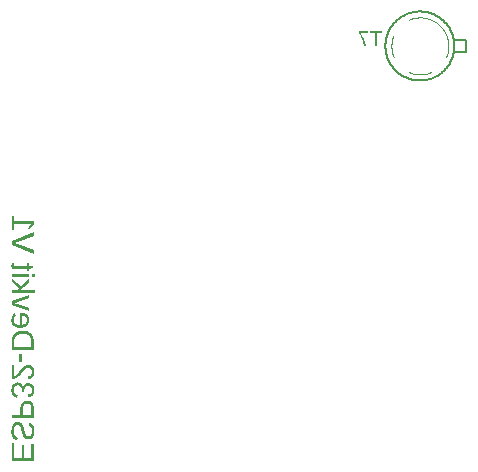
<source format=gbr>
G04 EAGLE Gerber RS-274X export*
G75*
%MOMM*%
%FSLAX34Y34*%
%LPD*%
%INSilkscreen Bottom*%
%IPPOS*%
%AMOC8*
5,1,8,0,0,1.08239X$1,22.5*%
G01*
G04 Define Apertures*
%ADD10C,0.127000*%
%ADD11C,0.050800*%
G36*
X244665Y288925D02*
X225896Y288925D01*
X225896Y295946D01*
X225914Y296615D01*
X225968Y297264D01*
X226059Y297894D01*
X226186Y298503D01*
X226349Y299093D01*
X226548Y299662D01*
X226783Y300212D01*
X227055Y300741D01*
X227361Y301246D01*
X227698Y301721D01*
X228067Y302167D01*
X228469Y302583D01*
X228902Y302969D01*
X229367Y303326D01*
X229863Y303654D01*
X230392Y303951D01*
X230948Y304217D01*
X231526Y304447D01*
X232127Y304641D01*
X232751Y304801D01*
X233398Y304924D01*
X234067Y305013D01*
X234759Y305066D01*
X235474Y305084D01*
X236017Y305074D01*
X236545Y305043D01*
X237056Y304993D01*
X237552Y304922D01*
X238032Y304831D01*
X238497Y304719D01*
X238946Y304588D01*
X239378Y304436D01*
X239796Y304264D01*
X240197Y304072D01*
X240583Y303859D01*
X240952Y303626D01*
X241306Y303373D01*
X241645Y303100D01*
X241967Y302807D01*
X242274Y302493D01*
X242564Y302160D01*
X242834Y301811D01*
X243087Y301445D01*
X243320Y301061D01*
X243535Y300661D01*
X243731Y300243D01*
X243909Y299809D01*
X244067Y299357D01*
X244208Y298889D01*
X244329Y298403D01*
X244432Y297901D01*
X244516Y297381D01*
X244581Y296845D01*
X244628Y296291D01*
X244656Y295721D01*
X244665Y295133D01*
X244665Y288925D01*
G37*
%LPC*%
G36*
X242627Y291470D02*
X242627Y295080D01*
X242620Y295526D01*
X242598Y295959D01*
X242563Y296378D01*
X242513Y296784D01*
X242448Y297177D01*
X242370Y297556D01*
X242276Y297922D01*
X242169Y298275D01*
X242048Y298614D01*
X241912Y298940D01*
X241761Y299253D01*
X241597Y299552D01*
X241418Y299838D01*
X241225Y300110D01*
X241017Y300369D01*
X240795Y300615D01*
X240560Y300846D01*
X240312Y301063D01*
X240050Y301264D01*
X239776Y301451D01*
X239489Y301623D01*
X239189Y301779D01*
X238875Y301921D01*
X238549Y302048D01*
X238210Y302160D01*
X237858Y302257D01*
X237493Y302339D01*
X237115Y302407D01*
X236724Y302459D01*
X236320Y302496D01*
X235904Y302519D01*
X235474Y302526D01*
X234904Y302513D01*
X234353Y302474D01*
X233822Y302408D01*
X233309Y302316D01*
X232816Y302198D01*
X232342Y302054D01*
X231887Y301884D01*
X231451Y301687D01*
X231037Y301466D01*
X230648Y301222D01*
X230284Y300955D01*
X229946Y300666D01*
X229632Y300354D01*
X229343Y300020D01*
X229079Y299662D01*
X228840Y299282D01*
X228628Y298883D01*
X228444Y298469D01*
X228288Y298038D01*
X228161Y297592D01*
X228061Y297131D01*
X227991Y296654D01*
X227948Y296161D01*
X227934Y295652D01*
X227934Y291470D01*
X242627Y291470D01*
G37*
%LPD*%
G36*
X244665Y231269D02*
X225896Y231269D01*
X225896Y233813D01*
X233209Y233813D01*
X233209Y239328D01*
X233215Y239696D01*
X233234Y240055D01*
X233264Y240403D01*
X233307Y240742D01*
X233363Y241072D01*
X233430Y241391D01*
X233510Y241701D01*
X233602Y242001D01*
X233823Y242572D01*
X234093Y243104D01*
X234413Y243597D01*
X234781Y244051D01*
X235191Y244458D01*
X235635Y244811D01*
X236114Y245110D01*
X236366Y245239D01*
X236626Y245354D01*
X236895Y245456D01*
X237173Y245545D01*
X237459Y245619D01*
X237753Y245680D01*
X238056Y245728D01*
X238368Y245762D01*
X238688Y245782D01*
X239017Y245789D01*
X239349Y245782D01*
X239671Y245762D01*
X239984Y245728D01*
X240287Y245681D01*
X240580Y245620D01*
X240865Y245545D01*
X241140Y245458D01*
X241405Y245356D01*
X241661Y245241D01*
X241907Y245113D01*
X242144Y244970D01*
X242371Y244815D01*
X242798Y244463D01*
X243187Y244057D01*
X243533Y243602D01*
X243833Y243102D01*
X244088Y242558D01*
X244296Y241969D01*
X244457Y241336D01*
X244573Y240658D01*
X244642Y239935D01*
X244665Y239168D01*
X244665Y231269D01*
G37*
%LPC*%
G36*
X242627Y233813D02*
X242627Y238862D01*
X242613Y239391D01*
X242570Y239886D01*
X242499Y240347D01*
X242400Y240774D01*
X242272Y241166D01*
X242116Y241525D01*
X241931Y241849D01*
X241718Y242139D01*
X241476Y242395D01*
X241207Y242617D01*
X240908Y242805D01*
X240581Y242958D01*
X240226Y243078D01*
X239843Y243163D01*
X239431Y243214D01*
X238990Y243231D01*
X238534Y243215D01*
X238107Y243165D01*
X237709Y243081D01*
X237341Y242965D01*
X237002Y242815D01*
X236693Y242632D01*
X236413Y242415D01*
X236163Y242166D01*
X235942Y241883D01*
X235751Y241566D01*
X235589Y241217D01*
X235456Y240834D01*
X235353Y240417D01*
X235280Y239968D01*
X235235Y239485D01*
X235221Y238969D01*
X235221Y233813D01*
X242627Y233813D01*
G37*
%LPD*%
G36*
X244665Y194894D02*
X225896Y194894D01*
X225896Y209680D01*
X227974Y209680D01*
X227974Y197438D01*
X234515Y197438D01*
X234515Y208335D01*
X236566Y208335D01*
X236566Y197438D01*
X242587Y197438D01*
X242587Y209134D01*
X244665Y209134D01*
X244665Y194894D01*
G37*
G36*
X233196Y307534D02*
X232734Y307540D01*
X232286Y307560D01*
X231852Y307593D01*
X231433Y307638D01*
X231029Y307697D01*
X230639Y307769D01*
X230263Y307854D01*
X229902Y307952D01*
X229556Y308063D01*
X229224Y308187D01*
X228906Y308324D01*
X228603Y308474D01*
X228314Y308638D01*
X228040Y308814D01*
X227780Y309003D01*
X227534Y309206D01*
X227304Y309421D01*
X227088Y309647D01*
X226887Y309886D01*
X226701Y310137D01*
X226530Y310400D01*
X226374Y310674D01*
X226232Y310960D01*
X226106Y311259D01*
X225994Y311569D01*
X225897Y311891D01*
X225816Y312225D01*
X225749Y312571D01*
X225697Y312929D01*
X225659Y313299D01*
X225637Y313681D01*
X225630Y314074D01*
X225643Y314634D01*
X225683Y315169D01*
X225750Y315677D01*
X225843Y316160D01*
X225963Y316617D01*
X226109Y317049D01*
X226282Y317454D01*
X226482Y317834D01*
X226709Y318189D01*
X226962Y318517D01*
X227241Y318820D01*
X227548Y319097D01*
X227881Y319349D01*
X228240Y319575D01*
X228627Y319775D01*
X229040Y319949D01*
X229639Y317844D01*
X229405Y317752D01*
X229180Y317640D01*
X228967Y317509D01*
X228763Y317360D01*
X228570Y317191D01*
X228388Y317004D01*
X228216Y316797D01*
X228054Y316572D01*
X227907Y316328D01*
X227780Y316064D01*
X227672Y315781D01*
X227584Y315478D01*
X227516Y315156D01*
X227467Y314815D01*
X227438Y314454D01*
X227428Y314074D01*
X227449Y313596D01*
X227512Y313148D01*
X227617Y312729D01*
X227764Y312339D01*
X227953Y311980D01*
X228185Y311649D01*
X228458Y311348D01*
X228773Y311077D01*
X229127Y310837D01*
X229517Y310629D01*
X229942Y310452D01*
X230402Y310308D01*
X230897Y310196D01*
X231428Y310116D01*
X231995Y310068D01*
X232596Y310052D01*
X232596Y320335D01*
X232916Y320335D01*
X233387Y320329D01*
X233844Y320311D01*
X234285Y320279D01*
X234711Y320236D01*
X235123Y320180D01*
X235519Y320112D01*
X235901Y320031D01*
X236267Y319938D01*
X236619Y319833D01*
X236955Y319715D01*
X237277Y319585D01*
X237584Y319442D01*
X237875Y319287D01*
X238152Y319119D01*
X238414Y318939D01*
X238661Y318747D01*
X238893Y318542D01*
X239110Y318325D01*
X239312Y318095D01*
X239499Y317853D01*
X239671Y317599D01*
X239828Y317332D01*
X239970Y317053D01*
X240097Y316761D01*
X240209Y316457D01*
X240306Y316141D01*
X240389Y315812D01*
X240456Y315470D01*
X240508Y315117D01*
X240546Y314751D01*
X240568Y314372D01*
X240576Y313981D01*
X240568Y313599D01*
X240546Y313228D01*
X240509Y312868D01*
X240457Y312519D01*
X240390Y312181D01*
X240308Y311855D01*
X240211Y311540D01*
X240099Y311235D01*
X239973Y310943D01*
X239832Y310661D01*
X239675Y310390D01*
X239504Y310131D01*
X239318Y309883D01*
X239117Y309646D01*
X238901Y309420D01*
X238671Y309206D01*
X238426Y309003D01*
X238169Y308814D01*
X237898Y308638D01*
X237614Y308474D01*
X237318Y308324D01*
X237008Y308187D01*
X236685Y308063D01*
X236350Y307952D01*
X236001Y307854D01*
X235639Y307769D01*
X235265Y307697D01*
X234877Y307638D01*
X234476Y307593D01*
X234062Y307560D01*
X233636Y307540D01*
X233196Y307534D01*
G37*
%LPC*%
G36*
X234435Y310078D02*
X234931Y310113D01*
X235399Y310177D01*
X235841Y310270D01*
X236255Y310393D01*
X236642Y310545D01*
X237001Y310726D01*
X237333Y310937D01*
X237638Y311177D01*
X237912Y311443D01*
X238148Y311732D01*
X238349Y312044D01*
X238513Y312378D01*
X238640Y312735D01*
X238731Y313114D01*
X238786Y313516D01*
X238804Y313941D01*
X238788Y314378D01*
X238739Y314788D01*
X238657Y315172D01*
X238543Y315530D01*
X238396Y315861D01*
X238216Y316167D01*
X238003Y316446D01*
X237758Y316699D01*
X237478Y316927D01*
X237158Y317131D01*
X236801Y317311D01*
X236405Y317468D01*
X235970Y317601D01*
X235497Y317710D01*
X234985Y317796D01*
X234435Y317858D01*
X234435Y310078D01*
G37*
%LPD*%
G36*
X230398Y212083D02*
X229821Y212242D01*
X229281Y212446D01*
X228778Y212695D01*
X228312Y212989D01*
X227884Y213329D01*
X227492Y213713D01*
X227138Y214142D01*
X226822Y214617D01*
X226542Y215136D01*
X226300Y215701D01*
X226095Y216311D01*
X225928Y216966D01*
X225797Y217665D01*
X225704Y218410D01*
X225648Y219200D01*
X225630Y220035D01*
X225652Y220932D01*
X225719Y221776D01*
X225830Y222569D01*
X225986Y223310D01*
X226186Y224000D01*
X226431Y224637D01*
X226571Y224936D01*
X226721Y225223D01*
X226882Y225496D01*
X227055Y225757D01*
X227238Y226003D01*
X227430Y226233D01*
X227631Y226447D01*
X227841Y226645D01*
X228060Y226828D01*
X228289Y226994D01*
X228526Y227145D01*
X228773Y227280D01*
X229029Y227399D01*
X229295Y227502D01*
X229569Y227590D01*
X229852Y227661D01*
X230145Y227717D01*
X230447Y227756D01*
X230758Y227780D01*
X231078Y227788D01*
X231574Y227770D01*
X232037Y227716D01*
X232467Y227627D01*
X232863Y227502D01*
X233230Y227345D01*
X233572Y227160D01*
X233889Y226948D01*
X234182Y226709D01*
X234451Y226445D01*
X234698Y226158D01*
X234923Y225849D01*
X235127Y225517D01*
X235314Y225167D01*
X235489Y224806D01*
X235651Y224432D01*
X235800Y224045D01*
X236067Y223241D01*
X236293Y222400D01*
X236699Y220675D01*
X236974Y219490D01*
X237227Y218520D01*
X237457Y217765D01*
X237665Y217224D01*
X237872Y216817D01*
X238101Y216460D01*
X238352Y216154D01*
X238624Y215899D01*
X238770Y215791D01*
X238926Y215698D01*
X239091Y215619D01*
X239265Y215554D01*
X239449Y215504D01*
X239642Y215468D01*
X239844Y215447D01*
X240056Y215439D01*
X240414Y215458D01*
X240750Y215514D01*
X241062Y215606D01*
X241352Y215736D01*
X241618Y215903D01*
X241862Y216106D01*
X242083Y216347D01*
X242281Y216625D01*
X242456Y216938D01*
X242607Y217284D01*
X242735Y217664D01*
X242840Y218077D01*
X242922Y218523D01*
X242980Y219003D01*
X243015Y219516D01*
X243027Y220062D01*
X243016Y220561D01*
X242985Y221032D01*
X242932Y221475D01*
X242859Y221890D01*
X242764Y222277D01*
X242648Y222637D01*
X242512Y222968D01*
X242354Y223272D01*
X242173Y223550D01*
X241966Y223805D01*
X241734Y224036D01*
X241476Y224245D01*
X241193Y224429D01*
X240884Y224591D01*
X240550Y224729D01*
X240189Y224844D01*
X240629Y227348D01*
X241197Y227163D01*
X241722Y226945D01*
X242203Y226696D01*
X242642Y226416D01*
X243038Y226104D01*
X243390Y225760D01*
X243700Y225384D01*
X243966Y224977D01*
X244195Y224531D01*
X244394Y224037D01*
X244562Y223497D01*
X244700Y222909D01*
X244807Y222275D01*
X244884Y221593D01*
X244930Y220864D01*
X244945Y220088D01*
X244925Y219254D01*
X244863Y218470D01*
X244761Y217735D01*
X244619Y217050D01*
X244435Y216414D01*
X244211Y215829D01*
X243945Y215293D01*
X243639Y214807D01*
X243296Y214374D01*
X242918Y214000D01*
X242716Y213834D01*
X242505Y213682D01*
X242286Y213546D01*
X242058Y213423D01*
X241821Y213315D01*
X241576Y213221D01*
X241322Y213142D01*
X241059Y213077D01*
X240788Y213027D01*
X240508Y212991D01*
X240220Y212969D01*
X239923Y212962D01*
X239412Y212984D01*
X238931Y213050D01*
X238479Y213160D01*
X238058Y213315D01*
X237665Y213511D01*
X237297Y213746D01*
X236955Y214020D01*
X236639Y214334D01*
X236343Y214697D01*
X236062Y215121D01*
X235794Y215606D01*
X235540Y216152D01*
X235294Y216795D01*
X235047Y217572D01*
X234801Y218484D01*
X234555Y219529D01*
X234008Y221860D01*
X233874Y222368D01*
X233725Y222839D01*
X233561Y223274D01*
X233382Y223672D01*
X233183Y224030D01*
X232959Y224346D01*
X232710Y224620D01*
X232437Y224851D01*
X232288Y224949D01*
X232129Y225034D01*
X231958Y225106D01*
X231777Y225165D01*
X231585Y225211D01*
X231383Y225244D01*
X231169Y225264D01*
X230945Y225270D01*
X230547Y225249D01*
X230175Y225187D01*
X229827Y225082D01*
X229504Y224936D01*
X229206Y224747D01*
X228933Y224517D01*
X228684Y224245D01*
X228460Y223932D01*
X228262Y223579D01*
X228090Y223192D01*
X227945Y222769D01*
X227826Y222311D01*
X227733Y221818D01*
X227667Y221290D01*
X227628Y220727D01*
X227614Y220128D01*
X227627Y219548D01*
X227664Y218999D01*
X227726Y218481D01*
X227813Y217994D01*
X227924Y217538D01*
X228060Y217114D01*
X228221Y216721D01*
X228407Y216359D01*
X228619Y216027D01*
X228859Y215726D01*
X229128Y215454D01*
X229424Y215213D01*
X229749Y215002D01*
X230102Y214820D01*
X230482Y214669D01*
X230891Y214547D01*
X230398Y212083D01*
G37*
G36*
X230718Y248258D02*
X230108Y248359D01*
X229536Y248504D01*
X229003Y248691D01*
X228509Y248922D01*
X228052Y249196D01*
X227635Y249513D01*
X227256Y249873D01*
X226915Y250276D01*
X226614Y250719D01*
X226353Y251197D01*
X226132Y251712D01*
X225951Y252262D01*
X225810Y252849D01*
X225710Y253472D01*
X225650Y254130D01*
X225630Y254825D01*
X225652Y255569D01*
X225719Y256269D01*
X225830Y256924D01*
X225986Y257536D01*
X226186Y258103D01*
X226431Y258626D01*
X226721Y259106D01*
X227055Y259541D01*
X227430Y259928D01*
X227841Y260263D01*
X228289Y260547D01*
X228773Y260779D01*
X229029Y260876D01*
X229295Y260960D01*
X229569Y261031D01*
X229852Y261089D01*
X230145Y261134D01*
X230447Y261167D01*
X230758Y261186D01*
X231078Y261192D01*
X231518Y261174D01*
X231939Y261119D01*
X232340Y261028D01*
X232723Y260899D01*
X233086Y260734D01*
X233431Y260533D01*
X233756Y260295D01*
X234062Y260020D01*
X234343Y259713D01*
X234595Y259376D01*
X234816Y259010D01*
X235008Y258615D01*
X235169Y258191D01*
X235301Y257737D01*
X235402Y257255D01*
X235474Y256743D01*
X235527Y256743D01*
X235638Y257209D01*
X235772Y257645D01*
X235929Y258054D01*
X236108Y258433D01*
X236310Y258785D01*
X236535Y259107D01*
X236782Y259401D01*
X237052Y259667D01*
X237344Y259903D01*
X237657Y260107D01*
X237991Y260280D01*
X238346Y260421D01*
X238722Y260531D01*
X239119Y260610D01*
X239537Y260657D01*
X239976Y260673D01*
X240265Y260667D01*
X240546Y260648D01*
X240819Y260618D01*
X241084Y260575D01*
X241589Y260453D01*
X242063Y260282D01*
X242504Y260061D01*
X242912Y259792D01*
X243289Y259475D01*
X243633Y259108D01*
X243940Y258697D01*
X244207Y258246D01*
X244432Y257757D01*
X244617Y257228D01*
X244760Y256659D01*
X244863Y256052D01*
X244924Y255405D01*
X244945Y254718D01*
X244925Y254087D01*
X244864Y253485D01*
X244763Y252912D01*
X244622Y252369D01*
X244440Y251855D01*
X244218Y251370D01*
X243956Y250915D01*
X243653Y250489D01*
X243314Y250099D01*
X242943Y249753D01*
X242541Y249449D01*
X242108Y249189D01*
X241642Y248971D01*
X241145Y248797D01*
X240616Y248666D01*
X240056Y248577D01*
X239870Y250989D01*
X240229Y251041D01*
X240567Y251120D01*
X240885Y251224D01*
X241182Y251353D01*
X241458Y251508D01*
X241713Y251689D01*
X241947Y251896D01*
X242161Y252128D01*
X242351Y252382D01*
X242516Y252655D01*
X242656Y252947D01*
X242770Y253258D01*
X242859Y253588D01*
X242923Y253937D01*
X242961Y254305D01*
X242973Y254692D01*
X242960Y255115D01*
X242919Y255511D01*
X242851Y255880D01*
X242755Y256222D01*
X242633Y256537D01*
X242483Y256826D01*
X242305Y257088D01*
X242101Y257323D01*
X241873Y257530D01*
X241625Y257710D01*
X241358Y257862D01*
X241070Y257987D01*
X240763Y258084D01*
X240436Y258153D01*
X240090Y258195D01*
X239723Y258209D01*
X239354Y258192D01*
X239005Y258141D01*
X238677Y258056D01*
X238369Y257937D01*
X238082Y257784D01*
X237816Y257598D01*
X237570Y257377D01*
X237345Y257123D01*
X237144Y256838D01*
X236969Y256525D01*
X236822Y256184D01*
X236701Y255816D01*
X236607Y255420D01*
X236540Y254996D01*
X236500Y254545D01*
X236486Y254066D01*
X236486Y252760D01*
X234408Y252760D01*
X234408Y254119D01*
X234395Y254659D01*
X234354Y255166D01*
X234287Y255640D01*
X234193Y256082D01*
X234072Y256491D01*
X233925Y256868D01*
X233750Y257211D01*
X233549Y257522D01*
X233324Y257799D01*
X233077Y258038D01*
X232810Y258241D01*
X232521Y258407D01*
X232212Y258536D01*
X231882Y258628D01*
X231530Y258683D01*
X231158Y258701D01*
X230732Y258685D01*
X230333Y258637D01*
X229961Y258556D01*
X229616Y258443D01*
X229298Y258298D01*
X229007Y258121D01*
X228744Y257911D01*
X228507Y257669D01*
X228298Y257399D01*
X228116Y257104D01*
X227963Y256785D01*
X227838Y256442D01*
X227740Y256074D01*
X227670Y255682D01*
X227628Y255266D01*
X227614Y254825D01*
X227627Y254386D01*
X227666Y253971D01*
X227731Y253581D01*
X227823Y253216D01*
X227940Y252874D01*
X228083Y252558D01*
X228252Y252265D01*
X228447Y251998D01*
X228668Y251754D01*
X228915Y251535D01*
X229188Y251341D01*
X229488Y251171D01*
X229813Y251025D01*
X230164Y250904D01*
X230541Y250808D01*
X230945Y250735D01*
X230718Y248258D01*
G37*
G36*
X244665Y370245D02*
X225896Y377904D01*
X225896Y380542D01*
X244665Y388201D01*
X244665Y385524D01*
X231451Y380355D01*
X228134Y379237D01*
X231451Y378118D01*
X244665Y372922D01*
X244665Y370245D01*
G37*
G36*
X245664Y337057D02*
X225896Y337057D01*
X225896Y339455D01*
X231025Y339455D01*
X232477Y341213D01*
X225896Y346089D01*
X225896Y348899D01*
X234115Y342745D01*
X240309Y348593D01*
X240309Y345782D01*
X233316Y339455D01*
X245664Y339455D01*
X245664Y337057D01*
G37*
G36*
X227588Y263778D02*
X225896Y263778D01*
X225896Y276207D01*
X227934Y276207D01*
X227934Y266416D01*
X228405Y266647D01*
X228885Y266942D01*
X229374Y267300D01*
X229872Y267721D01*
X230391Y268213D01*
X230940Y268784D01*
X231520Y269432D01*
X232130Y270159D01*
X233188Y271439D01*
X234098Y272494D01*
X234860Y273324D01*
X235474Y273929D01*
X236013Y274391D01*
X236553Y274793D01*
X237092Y275134D01*
X237632Y275414D01*
X238172Y275633D01*
X238443Y275719D01*
X238714Y275789D01*
X238986Y275843D01*
X239258Y275882D01*
X239530Y275906D01*
X239803Y275914D01*
X240107Y275908D01*
X240402Y275890D01*
X240965Y275818D01*
X241493Y275699D01*
X241986Y275532D01*
X242444Y275318D01*
X242866Y275056D01*
X243254Y274746D01*
X243606Y274388D01*
X243920Y273987D01*
X244192Y273544D01*
X244422Y273060D01*
X244610Y272535D01*
X244757Y271969D01*
X244861Y271362D01*
X244924Y270715D01*
X244945Y270026D01*
X244924Y269394D01*
X244862Y268792D01*
X244758Y268220D01*
X244612Y267676D01*
X244425Y267162D01*
X244196Y266678D01*
X243925Y266222D01*
X243613Y265796D01*
X243265Y265407D01*
X242889Y265060D01*
X242485Y264756D01*
X242051Y264496D01*
X241589Y264279D01*
X241098Y264104D01*
X240578Y263973D01*
X240029Y263885D01*
X239803Y266336D01*
X240169Y266392D01*
X240514Y266474D01*
X240837Y266581D01*
X241140Y266714D01*
X241422Y266872D01*
X241683Y267057D01*
X241922Y267266D01*
X242141Y267502D01*
X242336Y267758D01*
X242505Y268031D01*
X242648Y268322D01*
X242765Y268629D01*
X242856Y268953D01*
X242921Y269294D01*
X242960Y269651D01*
X242973Y270026D01*
X242960Y270418D01*
X242920Y270788D01*
X242854Y271135D01*
X242760Y271461D01*
X242640Y271765D01*
X242494Y272046D01*
X242321Y272306D01*
X242121Y272543D01*
X241897Y272756D01*
X241651Y272940D01*
X241384Y273095D01*
X241095Y273223D01*
X240785Y273322D01*
X240452Y273393D01*
X240099Y273435D01*
X239723Y273449D01*
X239440Y273441D01*
X239165Y273416D01*
X238898Y273375D01*
X238637Y273318D01*
X238385Y273244D01*
X238140Y273153D01*
X237902Y273046D01*
X237672Y272923D01*
X237224Y272640D01*
X236786Y272315D01*
X236358Y271950D01*
X235940Y271544D01*
X235527Y271105D01*
X235114Y270640D01*
X234288Y269633D01*
X233427Y268569D01*
X232497Y267495D01*
X231999Y266962D01*
X231474Y266441D01*
X230920Y265933D01*
X230339Y265437D01*
X229720Y264966D01*
X229055Y264533D01*
X228344Y264137D01*
X227588Y263778D01*
G37*
G36*
X227934Y390391D02*
X225896Y390391D01*
X225896Y402153D01*
X227934Y402153D01*
X227934Y397584D01*
X244665Y397584D01*
X244665Y395373D01*
X241615Y390937D01*
X239350Y390937D01*
X242374Y395173D01*
X227934Y395173D01*
X227934Y390391D01*
G37*
G36*
X240309Y321656D02*
X225896Y326891D01*
X225896Y329728D01*
X240309Y335110D01*
X240309Y332566D01*
X230905Y329289D01*
X229333Y328769D01*
X227774Y328303D01*
X229876Y327700D01*
X230931Y327384D01*
X240309Y324213D01*
X240309Y321656D01*
G37*
G36*
X240309Y355350D02*
X238564Y355350D01*
X238564Y357016D01*
X228946Y357016D01*
X228551Y357027D01*
X228182Y357061D01*
X227837Y357117D01*
X227519Y357195D01*
X227225Y357297D01*
X226958Y357420D01*
X226715Y357566D01*
X226499Y357735D01*
X226308Y357926D01*
X226142Y358140D01*
X226002Y358376D01*
X225887Y358634D01*
X225798Y358915D01*
X225734Y359219D01*
X225696Y359544D01*
X225683Y359893D01*
X225703Y360509D01*
X225763Y361118D01*
X225863Y361721D01*
X226003Y362317D01*
X227774Y362317D01*
X227693Y361891D01*
X227634Y361518D01*
X227599Y361198D01*
X227588Y360932D01*
X227594Y360730D01*
X227614Y360544D01*
X227647Y360373D01*
X227693Y360218D01*
X227752Y360078D01*
X227824Y359954D01*
X227909Y359846D01*
X228007Y359753D01*
X228122Y359673D01*
X228256Y359604D01*
X228409Y359546D01*
X228582Y359498D01*
X228774Y359461D01*
X228985Y359435D01*
X229466Y359413D01*
X238564Y359413D01*
X238564Y362078D01*
X240309Y362078D01*
X240309Y359413D01*
X243533Y359413D01*
X243533Y357815D01*
X240309Y357109D01*
X240309Y355350D01*
G37*
G36*
X240309Y350700D02*
X225896Y350700D01*
X225896Y353098D01*
X240309Y353098D01*
X240309Y350700D01*
G37*
G36*
X234208Y278806D02*
X232077Y278806D01*
X232077Y285466D01*
X234208Y285466D01*
X234208Y278806D01*
G37*
G36*
X245664Y350700D02*
X243373Y350700D01*
X243373Y353098D01*
X245664Y353098D01*
X245664Y350700D01*
G37*
G36*
X535108Y546100D02*
X533444Y546100D01*
X533444Y557074D01*
X529205Y557074D01*
X529205Y558441D01*
X539347Y558441D01*
X539347Y557074D01*
X535108Y557074D01*
X535108Y546100D01*
G37*
G36*
X525584Y546100D02*
X523938Y546100D01*
X523932Y546525D01*
X523913Y546947D01*
X523840Y547779D01*
X523719Y548598D01*
X523548Y549402D01*
X523329Y550202D01*
X523061Y551007D01*
X522744Y551818D01*
X522379Y552634D01*
X521920Y553531D01*
X521321Y554585D01*
X520584Y555795D01*
X519707Y557162D01*
X519707Y558441D01*
X527862Y558441D01*
X527862Y557101D01*
X521231Y557101D01*
X521797Y556261D01*
X522321Y555447D01*
X522803Y554657D01*
X523243Y553892D01*
X523640Y553152D01*
X523996Y552436D01*
X524310Y551745D01*
X524582Y551079D01*
X524817Y550430D01*
X525020Y549788D01*
X525193Y549154D01*
X525334Y548527D01*
X525443Y547909D01*
X525522Y547298D01*
X525569Y546695D01*
X525584Y546100D01*
G37*
D10*
X610870Y541020D02*
X610870Y551180D01*
D11*
X593770Y536811D02*
X593990Y537356D01*
X594196Y537906D01*
X594389Y538460D01*
X594568Y539020D01*
X594733Y539583D01*
X594885Y540151D01*
X595023Y540722D01*
X595147Y541296D01*
X595257Y541873D01*
X595353Y542452D01*
X595434Y543034D01*
X595502Y543618D01*
X595555Y544202D01*
X595594Y544789D01*
X595619Y545375D01*
X595630Y545963D01*
X595626Y546550D01*
X595608Y547137D01*
X595575Y547724D01*
X595529Y548309D01*
X595468Y548893D01*
X595393Y549476D01*
X595303Y550056D01*
X595200Y550635D01*
X595083Y551210D01*
X594951Y551783D01*
X594806Y552352D01*
X594647Y552917D01*
X594474Y553478D01*
X594288Y554035D01*
X594088Y554588D01*
X593875Y555135D01*
X593648Y555677D01*
X593409Y556213D01*
X593156Y556743D01*
X592890Y557267D01*
X592612Y557785D01*
X592322Y558295D01*
X592019Y558798D01*
X591704Y559294D01*
X591376Y559782D01*
X591038Y560262D01*
X590687Y560733D01*
X590325Y561196D01*
X589952Y561649D01*
X589568Y562094D01*
X589174Y562529D01*
X588769Y562954D01*
X588353Y563370D01*
X587928Y563775D01*
X587493Y564169D01*
X587048Y564553D01*
X586595Y564926D01*
X586132Y565288D01*
X585661Y565639D01*
X585181Y565977D01*
X584693Y566305D01*
X584197Y566620D01*
X583694Y566923D01*
X583184Y567213D01*
X582666Y567491D01*
X582142Y567757D01*
X581612Y568010D01*
X581076Y568249D01*
X580534Y568476D01*
X579987Y568689D01*
X579434Y568889D01*
X578877Y569075D01*
X578316Y569248D01*
X577751Y569407D01*
X577182Y569552D01*
X576609Y569684D01*
X576034Y569801D01*
X575455Y569904D01*
X574875Y569994D01*
X574292Y570069D01*
X573708Y570130D01*
X573123Y570176D01*
X572536Y570209D01*
X571949Y570227D01*
X571362Y570231D01*
X570774Y570220D01*
X570188Y570195D01*
X569601Y570156D01*
X569017Y570103D01*
X568433Y570035D01*
X567851Y569954D01*
X567272Y569858D01*
X566695Y569748D01*
X566121Y569624D01*
X565550Y569486D01*
X564982Y569334D01*
X564419Y569169D01*
X563859Y568990D01*
X563305Y568797D01*
X562755Y568591D01*
X562210Y568371D01*
D10*
X600265Y541020D02*
X610870Y541020D01*
D11*
X580789Y523830D02*
X580253Y523614D01*
X579712Y523410D01*
X579166Y523220D01*
X578616Y523043D01*
X578062Y522879D01*
X577504Y522729D01*
X576943Y522592D01*
X576378Y522468D01*
X575811Y522358D01*
X575241Y522262D01*
X574669Y522179D01*
X574096Y522110D01*
X573520Y522055D01*
X572944Y522013D01*
X572367Y521986D01*
X571789Y521972D01*
X571211Y521972D01*
X570633Y521986D01*
X570056Y522013D01*
X569480Y522055D01*
X568904Y522110D01*
X568331Y522179D01*
X567759Y522262D01*
X567189Y522358D01*
X566622Y522468D01*
X566057Y522592D01*
X565496Y522729D01*
X564938Y522879D01*
X564384Y523043D01*
X563834Y523220D01*
X563288Y523410D01*
X562747Y523614D01*
X562211Y523830D01*
D10*
X600265Y551180D02*
X610870Y551180D01*
D11*
X549230Y555389D02*
X549014Y554853D01*
X548810Y554312D01*
X548620Y553766D01*
X548443Y553216D01*
X548279Y552662D01*
X548129Y552104D01*
X547992Y551543D01*
X547868Y550978D01*
X547758Y550411D01*
X547662Y549841D01*
X547579Y549269D01*
X547510Y548696D01*
X547455Y548120D01*
X547413Y547544D01*
X547386Y546967D01*
X547372Y546389D01*
X547372Y545811D01*
X547386Y545233D01*
X547413Y544656D01*
X547455Y544080D01*
X547510Y543504D01*
X547579Y542931D01*
X547662Y542359D01*
X547758Y541789D01*
X547868Y541222D01*
X547992Y540657D01*
X548129Y540096D01*
X548279Y539538D01*
X548443Y538984D01*
X548620Y538434D01*
X548810Y537888D01*
X549014Y537347D01*
X549230Y536811D01*
D10*
X542290Y546100D02*
X542299Y546817D01*
X542325Y547533D01*
X542369Y548249D01*
X542431Y548963D01*
X542510Y549676D01*
X542606Y550386D01*
X542720Y551094D01*
X542851Y551799D01*
X543000Y552500D01*
X543165Y553197D01*
X543348Y553891D01*
X543548Y554579D01*
X543764Y555263D01*
X543997Y555941D01*
X544247Y556613D01*
X544513Y557278D01*
X544796Y557937D01*
X545094Y558589D01*
X545409Y559233D01*
X545739Y559869D01*
X546085Y560498D01*
X546446Y561117D01*
X546822Y561727D01*
X547213Y562328D01*
X547618Y562919D01*
X548038Y563500D01*
X548472Y564071D01*
X548920Y564631D01*
X549382Y565179D01*
X549857Y565716D01*
X550345Y566241D01*
X550845Y566755D01*
X551359Y567255D01*
X551884Y567743D01*
X552421Y568218D01*
X552969Y568680D01*
X553529Y569128D01*
X554100Y569562D01*
X554681Y569982D01*
X555272Y570387D01*
X555873Y570778D01*
X556483Y571154D01*
X557102Y571515D01*
X557731Y571861D01*
X558367Y572191D01*
X559011Y572506D01*
X559663Y572804D01*
X560322Y573087D01*
X560987Y573353D01*
X561659Y573603D01*
X562337Y573836D01*
X563021Y574052D01*
X563709Y574252D01*
X564403Y574435D01*
X565100Y574600D01*
X565801Y574749D01*
X566506Y574880D01*
X567214Y574994D01*
X567924Y575090D01*
X568637Y575169D01*
X569351Y575231D01*
X570067Y575275D01*
X570783Y575301D01*
X571500Y575310D01*
X572217Y575301D01*
X572933Y575275D01*
X573649Y575231D01*
X574363Y575169D01*
X575076Y575090D01*
X575786Y574994D01*
X576494Y574880D01*
X577199Y574749D01*
X577900Y574600D01*
X578597Y574435D01*
X579291Y574252D01*
X579979Y574052D01*
X580663Y573836D01*
X581341Y573603D01*
X582013Y573353D01*
X582678Y573087D01*
X583337Y572804D01*
X583989Y572506D01*
X584633Y572191D01*
X585269Y571861D01*
X585898Y571515D01*
X586517Y571154D01*
X587127Y570778D01*
X587728Y570387D01*
X588319Y569982D01*
X588900Y569562D01*
X589471Y569128D01*
X590031Y568680D01*
X590579Y568218D01*
X591116Y567743D01*
X591641Y567255D01*
X592155Y566755D01*
X592655Y566241D01*
X593143Y565716D01*
X593618Y565179D01*
X594080Y564631D01*
X594528Y564071D01*
X594962Y563500D01*
X595382Y562919D01*
X595787Y562328D01*
X596178Y561727D01*
X596554Y561117D01*
X596915Y560498D01*
X597261Y559869D01*
X597591Y559233D01*
X597906Y558589D01*
X598204Y557937D01*
X598487Y557278D01*
X598753Y556613D01*
X599003Y555941D01*
X599236Y555263D01*
X599452Y554579D01*
X599652Y553891D01*
X599835Y553197D01*
X600000Y552500D01*
X600149Y551799D01*
X600280Y551094D01*
X600394Y550386D01*
X600490Y549676D01*
X600569Y548963D01*
X600631Y548249D01*
X600675Y547533D01*
X600701Y546817D01*
X600710Y546100D01*
X600701Y545383D01*
X600675Y544667D01*
X600631Y543951D01*
X600569Y543237D01*
X600490Y542524D01*
X600394Y541814D01*
X600280Y541106D01*
X600149Y540401D01*
X600000Y539700D01*
X599835Y539003D01*
X599652Y538309D01*
X599452Y537621D01*
X599236Y536937D01*
X599003Y536259D01*
X598753Y535587D01*
X598487Y534922D01*
X598204Y534263D01*
X597906Y533611D01*
X597591Y532967D01*
X597261Y532331D01*
X596915Y531702D01*
X596554Y531083D01*
X596178Y530473D01*
X595787Y529872D01*
X595382Y529281D01*
X594962Y528700D01*
X594528Y528129D01*
X594080Y527569D01*
X593618Y527021D01*
X593143Y526484D01*
X592655Y525959D01*
X592155Y525445D01*
X591641Y524945D01*
X591116Y524457D01*
X590579Y523982D01*
X590031Y523520D01*
X589471Y523072D01*
X588900Y522638D01*
X588319Y522218D01*
X587728Y521813D01*
X587127Y521422D01*
X586517Y521046D01*
X585898Y520685D01*
X585269Y520339D01*
X584633Y520009D01*
X583989Y519694D01*
X583337Y519396D01*
X582678Y519113D01*
X582013Y518847D01*
X581341Y518597D01*
X580663Y518364D01*
X579979Y518148D01*
X579291Y517948D01*
X578597Y517765D01*
X577900Y517600D01*
X577199Y517451D01*
X576494Y517320D01*
X575786Y517206D01*
X575076Y517110D01*
X574363Y517031D01*
X573649Y516969D01*
X572933Y516925D01*
X572217Y516899D01*
X571500Y516890D01*
X570783Y516899D01*
X570067Y516925D01*
X569351Y516969D01*
X568637Y517031D01*
X567924Y517110D01*
X567214Y517206D01*
X566506Y517320D01*
X565801Y517451D01*
X565100Y517600D01*
X564403Y517765D01*
X563709Y517948D01*
X563021Y518148D01*
X562337Y518364D01*
X561659Y518597D01*
X560987Y518847D01*
X560322Y519113D01*
X559663Y519396D01*
X559011Y519694D01*
X558367Y520009D01*
X557731Y520339D01*
X557102Y520685D01*
X556483Y521046D01*
X555873Y521422D01*
X555272Y521813D01*
X554681Y522218D01*
X554100Y522638D01*
X553529Y523072D01*
X552969Y523520D01*
X552421Y523982D01*
X551884Y524457D01*
X551359Y524945D01*
X550845Y525445D01*
X550345Y525959D01*
X549857Y526484D01*
X549382Y527021D01*
X548920Y527569D01*
X548472Y528129D01*
X548038Y528700D01*
X547618Y529281D01*
X547213Y529872D01*
X546822Y530473D01*
X546446Y531083D01*
X546085Y531702D01*
X545739Y532331D01*
X545409Y532967D01*
X545094Y533611D01*
X544796Y534263D01*
X544513Y534922D01*
X544247Y535587D01*
X543997Y536259D01*
X543764Y536937D01*
X543548Y537621D01*
X543348Y538309D01*
X543165Y539003D01*
X543000Y539700D01*
X542851Y540401D01*
X542720Y541106D01*
X542606Y541814D01*
X542510Y542524D01*
X542431Y543237D01*
X542369Y543951D01*
X542325Y544667D01*
X542299Y545383D01*
X542290Y546100D01*
M02*

</source>
